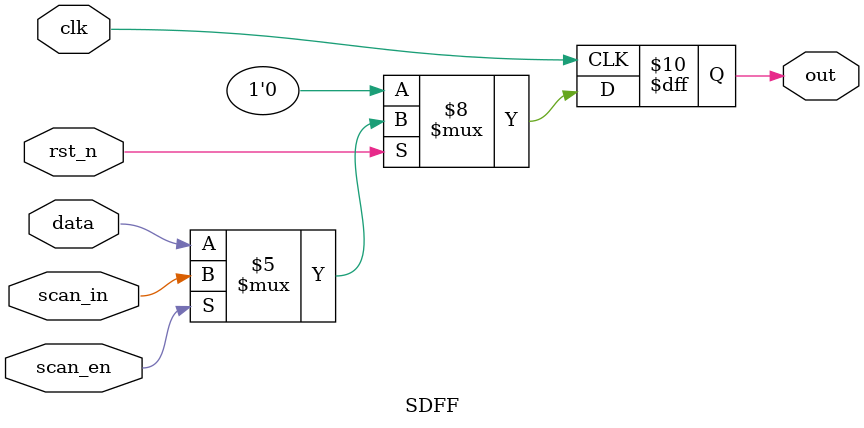
<source format=v>
`timescale 1ns/1ps

module Scan_Chain_Design(clk, rst_n, scan_in, scan_en, scan_out);
input clk;
input rst_n;
input scan_in;
input scan_en;
output scan_out;

wire [3:0] a, b;
wire [8-1:0] mul_out;



    Multiplier mul(.a(a), .b(b), .out(mul_out));
    SDFF dff0( .clk(clk), .rst_n(rst_n), .scan_in(scan_in), .scan_en(scan_en), .data(mul_out[7]), .out(a[3]) );
    SDFF dff1( .clk(clk), .rst_n(rst_n), .scan_in(a[3]), .scan_en(scan_en), .data(mul_out[6]), .out(a[2]) );
    SDFF dff2( .clk(clk), .rst_n(rst_n), .scan_in(a[2]), .scan_en(scan_en), .data(mul_out[5]), .out(a[1]) );
    SDFF dff3( .clk(clk), .rst_n(rst_n), .scan_in(a[1]), .scan_en(scan_en), .data(mul_out[4]), .out(a[0]) );
    SDFF dff4( .clk(clk), .rst_n(rst_n), .scan_in(a[0]), .scan_en(scan_en), .data(mul_out[3]), .out(b[3]) );
    SDFF dff5( .clk(clk), .rst_n(rst_n), .scan_in(b[3]), .scan_en(scan_en), .data(mul_out[2]), .out(b[2]) );
    SDFF dff6( .clk(clk), .rst_n(rst_n), .scan_in(b[2]), .scan_en(scan_en), .data(mul_out[1]), .out(b[1]) );
    SDFF dff7( .clk(clk), .rst_n(rst_n), .scan_in(b[1]), .scan_en(scan_en), .data(mul_out[0]), .out(b[0]) );


    assign scan_out = b[0];

endmodule

module Multiplier (a, b, out);
input [4-1:0] a, b;
output [8-1:0] out;
    assign out = a*b;
endmodule


module SDFF (clk, rst_n, scan_in, scan_en, data, out);
input clk, rst_n, scan_in, scan_en, data;
output reg out;

    always@(posedge clk) begin
        if(!rst_n) begin
            out <= 1'b0;
        end
        else begin
            if(scan_en == 1'b1) begin
                out <= scan_in;
            end
            else begin
                out <= data;
            end
        end
    end


endmodule
</source>
